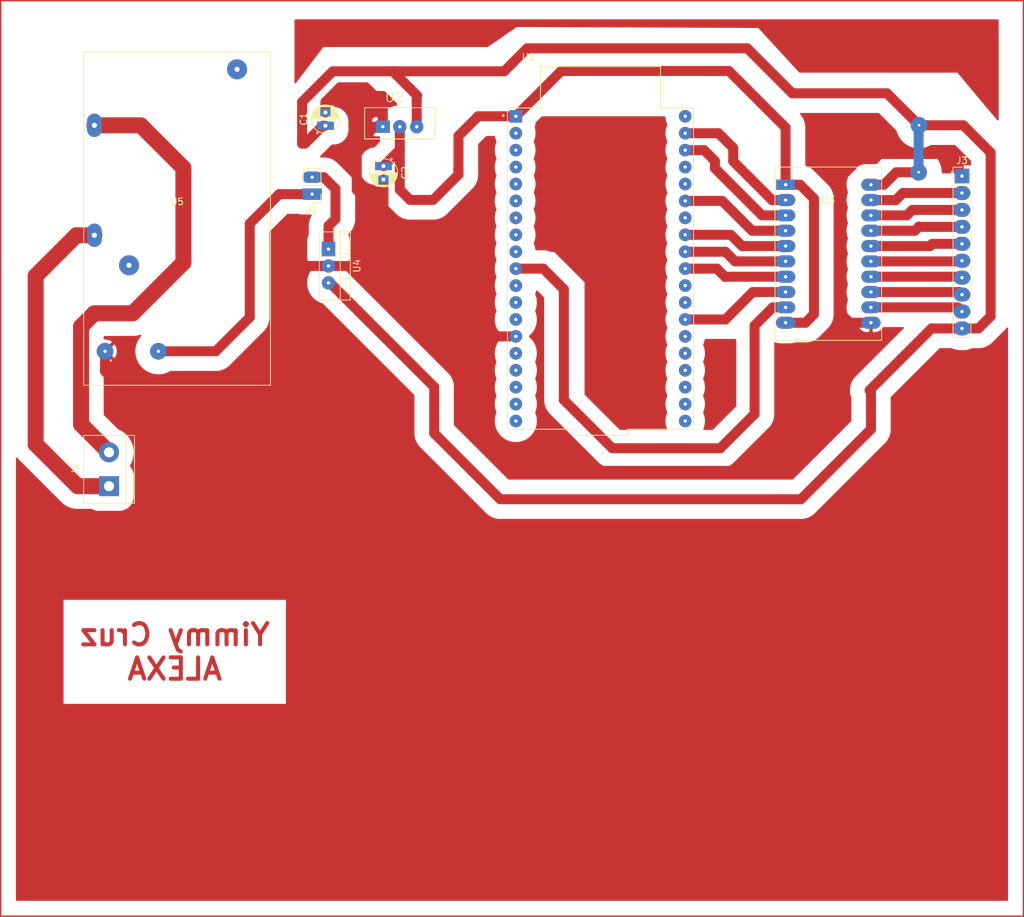
<source format=kicad_pcb>
(kicad_pcb (version 20211014) (generator pcbnew)
  (layers (0 "F.Cu" signal) (31 "B.Cu" signal) (34 "B.Paste" user) (35 "F.Paste" user) (36 "B.SilkS" user "B.Silkscreen") (37 "F.SilkS" user "F.Silkscreen") (38 "B.Mask" user) (39 "F.Mask" user) (44 "Edge.Cuts" user))
  (net 0 "")
  (net 1 "Net-(J1-Pad1)")
  (net 2 "GND")
  (net 3 "+3V3")
  (net 4 "+5V")
  (net 5 "Net-(J3-Pad2)")
  (net 6 "Net-(J3-Pad3)")
  (net 7 "Net-(J3-Pad4)")
  (net 8 "Net-(J3-Pad5)")
  (net 9 "Net-(J3-Pad6)")
  (net 10 "Net-(J3-Pad7)")
  (net 11 "Net-(J3-Pad8)")
  (net 12 "Net-(J3-Pad9)")
  (net 21 "Net-(U1-Pad10)")
  (net 36 "Net-(U1-Pad26)")
  (net 39 "Net-(U1-Pad29)")
  (net 40 "Net-(U1-Pad30)")
  (net 41 "Net-(U1-Pad31)")
  (net 43 "Net-(U1-Pad33)")
  (net 46 "Net-(U1-Pad36)")
  (net 47 "Net-(U1-Pad37)")
  (net 48 "Net-(J1-Pad2)")
  (net 49 "Net-(J2-Pad1)")
  (net 50 "Net-(J2-Pad2)")
  (footprint "ESP32-DEVKITC:MODULE_ESP32-DEVKITC" (layer "F.Cu") (at 109.795 54.745)
    (fp_text reference "U1" (at -10.795 -31.75) (layer "F.SilkS"))
    (fp_text value "ESP32-DEVKITC")
    (fp_line (start 4.06 24.1) (end 13.95 24.1) (layer "F.SilkS") (width 0.127))
    (fp_line (start -4.07 24.1) (end -4.07 25) (layer "F.SilkS") (width 0.127))
    (fp_line (start -13.95 -24.1) (end -13.95 24.1) (layer "F.SilkS") (width 0.127))
    (fp_line (start -9 -30.3) (end 9 -30.3) (layer "F.SilkS") (width 0.127))
    (fp_line (start -9 -24.1) (end -9 -30.3) (layer "F.SilkS") (width 0.127))
    (fp_line (start -13.95 24.1) (end -4.07 24.1) (layer "F.SilkS") (width 0.127))
    (fp_line (start 13.95 24.1) (end 13.95 -24.1) (layer "F.SilkS") (width 0.127))
    (fp_line (start -9 -24.1) (end -13.95 -24.1) (layer "F.SilkS") (width 0.127))
    (fp_line (start 4.06 25) (end 4.06 24.1) (layer "F.SilkS") (width 0.127))
    (fp_line (start 13.95 -24.1) (end 9 -24.1) (layer "F.SilkS") (width 0.127))
    (fp_line (start 9 -30.3) (end 9 -24.1) (layer "F.SilkS") (width 0.127))
    (fp_line (start -4.07 25) (end 4.06 25) (layer "F.SilkS") (width 0.127))
    (fp_circle (center -14.57 -22.97) (end -14.47 -22.97) (layer "F.SilkS") (width 0.2) (fill none))
    (pad "1" thru_hole rect locked (at -12.7 -22.85) (size 1.9 1.9) (drill 0.5) (layers *.Cu *.Mask) (net 3 "+3V3"))
    (pad "2" thru_hole circle locked (at -12.7 -20.31) (size 1.9 1.9) (drill 0.5) (layers *.Cu *.Mask))
    (pad "3" thru_hole circle locked (at -12.7 -17.77) (size 1.9 1.9) (drill 0.5) (layers *.Cu *.Mask))
    (pad "4" thru_hole circle locked (at -12.7 -15.23) (size 1.9 1.9) (drill 0.5) (layers *.Cu *.Mask))
    (pad "5" thru_hole circle locked (at -12.7 -12.69) (size 1.9 1.9) (drill 0.5) (layers *.Cu *.Mask))
    (pad "6" thru_hole circle locked (at -12.7 -10.15) (size 1.9 1.9) (drill 0.5) (layers *.Cu *.Mask))
    (pad "7" thru_hole circle locked (at -12.7 -7.61) (size 1.9 1.9) (drill 0.5) (layers *.Cu *.Mask))
    (pad "8" thru_hole circle locked (at -12.7 -5.07) (size 1.9 1.9) (drill 0.5) (layers *.Cu *.Mask))
    (pad "9" thru_hole circle locked (at -12.7 -2.53) (size 1.9 1.9) (drill 0.5) (layers *.Cu *.Mask))
    (pad "10" thru_hole circle locked (at -12.7 0.01) (size 1.9 1.9) (drill 0.5) (layers *.Cu *.Mask) (net 21 "Net-(U1-Pad10)"))
    (pad "11" thru_hole circle locked (at -12.7 2.55) (size 1.9 1.9) (drill 0.5) (layers *.Cu *.Mask))
    (pad "12" thru_hole circle locked (at -12.7 5.09) (size 1.9 1.9) (drill 0.5) (layers *.Cu *.Mask))
    (pad "13" thru_hole circle locked (at -12.7 7.63) (size 1.9 1.9) (drill 0.5) (layers *.Cu *.Mask))
    (pad "14" thru_hole circle locked (at -12.7 10.17) (size 1.9 1.9) (drill 0.5) (layers *.Cu *.Mask) (net 2 "GND"))
    (pad "15" thru_hole circle locked (at -12.7 12.71) (size 1.9 1.9) (drill 0.5) (layers *.Cu *.Mask))
    (pad "16" thru_hole circle locked (at -12.7 15.25) (size 1.9 1.9) (drill 0.5) (layers *.Cu *.Mask))
    (pad "17" thru_hole circle locked (at -12.7 17.79) (size 1.9 1.9) (drill 0.5) (layers *.Cu *.Mask))
    (pad "18" thru_hole circle locked (at -12.7 20.33) (size 1.9 1.9) (drill 0.5) (layers *.Cu *.Mask))
    (pad "19" thru_hole circle locked (at -12.7 22.87) (size 1.9 1.9) (drill 0.5) (layers *.Cu *.Mask))
    (pad "20" thru_hole circle locked (at 12.7 22.87) (size 1.9 1.9) (drill 0.5) (layers *.Cu *.Mask))
    (pad "21" thru_hole circle locked (at 12.7 20.33) (size 1.9 1.9) (drill 0.5) (layers *.Cu *.Mask))
    (pad "22" thru_hole circle locked (at 12.7 17.79) (size 1.9 1.9) (drill 0.5) (layers *.Cu *.Mask))
    (pad "23" thru_hole circle locked (at 12.7 15.25) (size 1.9 1.9) (drill 0.5) (layers *.Cu *.Mask))
    (pad "24" thru_hole circle locked (at 12.7 12.71) (size 1.9 1.9) (drill 0.5) (layers *.Cu *.Mask))
    (pad "25" thru_hole circle locked (at 12.7 10.17) (size 1.9 1.9) (drill 0.5) (layers *.Cu *.Mask))
    (pad "26" thru_hole circle locked (at 12.7 7.63) (size 1.9 1.9) (drill 0.5) (layers *.Cu *.Mask) (net 36 "Net-(U1-Pad26)"))
    (pad "27" thru_hole circle locked (at 12.7 5.09) (size 1.9 1.9) (drill 0.5) (layers *.Cu *.Mask))
    (pad "28" thru_hole circle locked (at 12.7 2.55) (size 1.9 1.9) (drill 0.5) (layers *.Cu *.Mask))
    (pad "29" thru_hole circle locked (at 12.7 0.01) (size 1.9 1.9) (drill 0.5) (layers *.Cu *.Mask) (net 39 "Net-(U1-Pad29)"))
    (pad "30" thru_hole circle locked (at 12.7 -2.53) (size 1.9 1.9) (drill 0.5) (layers *.Cu *.Mask) (net 40 "Net-(U1-Pad30)"))
    (pad "31" thru_hole circle locked (at 12.7 -5.07) (size 1.9 1.9) (drill 0.5) (layers *.Cu *.Mask) (net 41 "Net-(U1-Pad31)"))
    (pad "32" thru_hole circle locked (at 12.7 -7.61) (size 1.9 1.9) (drill 0.5) (layers *.Cu *.Mask))
    (pad "33" thru_hole circle locked (at 12.7 -10.15) (size 1.9 1.9) (drill 0.5) (layers *.Cu *.Mask) (net 43 "Net-(U1-Pad33)"))
    (pad "34" thru_hole circle locked (at 12.7 -12.69) (size 1.9 1.9) (drill 0.5) (layers *.Cu *.Mask))
    (pad "35" thru_hole circle locked (at 12.7 -15.23) (size 1.9 1.9) (drill 0.5) (layers *.Cu *.Mask))
    (pad "36" thru_hole circle locked (at 12.7 -17.77) (size 1.9 1.9) (drill 0.5) (layers *.Cu *.Mask) (net 46 "Net-(U1-Pad36)"))
    (pad "37" thru_hole circle locked (at 12.7 -20.31) (size 1.9 1.9) (drill 0.5) (layers *.Cu *.Mask) (net 47 "Net-(U1-Pad37)"))
    (pad "38" thru_hole circle locked (at 12.7 -22.85) (size 1.9 1.9) (drill 0.5) (layers *.Cu *.Mask))
  )
  (footprint "ESP32-DEVKITC:txs0108" (layer "F.Cu") (at 143.944801 52.515)
    (fp_text reference "U3" (at 0 -8.08 unlocked) (layer "F.SilkS"))
    (fp_text value "TXS0108EPW")
    (fp_rect (start -8 13) (end 8 -13) (layer "F.SilkS") (width 0.12) (fill none))
    (pad "1" thru_hole oval (at -6.4 -8.05) (size 2.9 1.8) (drill 0.5) (layers *.Cu *.Mask) (net 47 "Net-(U1-Pad37)"))
    (pad "2" thru_hole rect (at -6.4 -10.35) (size 2.8 1.524) (drill 0.5) (layers *.Cu *.Mask) (net 3 "+3V3"))
    (pad "3" thru_hole oval (at -6.4 -5.75) (size 2.9 1.8) (drill 0.5) (layers *.Cu *.Mask) (net 46 "Net-(U1-Pad36)"))
    (pad "4" thru_hole oval (at -6.4 -3.45) (size 2.9 1.8) (drill 0.5) (layers *.Cu *.Mask) (net 43 "Net-(U1-Pad33)"))
    (pad "5" thru_hole oval (at -6.4 -1.15) (size 2.9 1.8) (drill 0.5) (layers *.Cu *.Mask) (net 41 "Net-(U1-Pad31)"))
    (pad "6" thru_hole oval (at -6.4 1.15) (size 2.9 1.8) (drill 0.5) (layers *.Cu *.Mask) (net 40 "Net-(U1-Pad30)"))
    (pad "7" thru_hole oval (at -6.4 3.45) (size 2.9 1.8) (drill 0.5) (layers *.Cu *.Mask) (net 39 "Net-(U1-Pad29)"))
    (pad "8" thru_hole oval (at -6.4 5.75) (size 2.9 1.8) (drill 0.5) (layers *.Cu *.Mask) (net 36 "Net-(U1-Pad26)"))
    (pad "9" thru_hole oval (at -6.4 8.05) (size 2.9 1.8) (drill 0.5) (layers *.Cu *.Mask) (net 21 "Net-(U1-Pad10)"))
    (pad "10" thru_hole oval (at -6.4 10.35) (size 2.9 1.8) (drill 0.5) (layers *.Cu *.Mask) (net 3 "+3V3"))
    (pad "11" thru_hole oval (at 6.4 10.35) (size 2.9 1.8) (drill 0.5) (layers *.Cu *.Mask) (net 2 "GND"))
    (pad "12" thru_hole oval (at 6.4 8.05) (size 2.9 1.8) (drill 0.5) (layers *.Cu *.Mask) (net 12 "Net-(J3-Pad9)"))
    (pad "13" thru_hole oval (at 6.4 5.75) (size 2.9 1.8) (drill 0.5) (layers *.Cu *.Mask) (net 11 "Net-(J3-Pad8)"))
    (pad "14" thru_hole oval (at 6.4 3.45) (size 2.9 1.8) (drill 0.5) (layers *.Cu *.Mask) (net 10 "Net-(J3-Pad7)"))
    (pad "15" thru_hole oval (at 6.4 1.15) (size 2.9 1.8) (drill 0.5) (layers *.Cu *.Mask) (net 9 "Net-(J3-Pad6)"))
    (pad "16" thru_hole oval (at 6.4 -1.15) (size 2.9 1.8) (drill 0.5) (layers *.Cu *.Mask) (net 8 "Net-(J3-Pad5)"))
    (pad "17" thru_hole oval (at 6.4 -3.45) (size 2.9 1.8) (drill 0.5) (layers *.Cu *.Mask) (net 7 "Net-(J3-Pad4)"))
    (pad "18" thru_hole oval (at 6.4 -5.75) (size 2.9 1.8) (drill 0.5) (layers *.Cu *.Mask) (net 6 "Net-(J3-Pad3)"))
    (pad "19" thru_hole oval (at 6.4 -10.35) (size 2.9 1.8) (drill 0.5) (layers *.Cu *.Mask) (net 4 "+5V"))
    (pad "20" thru_hole oval (at 6.4 -8.05) (size 2.9 1.8) (drill 0.5) (layers *.Cu *.Mask) (net 5 "Net-(J3-Pad2)"))
  )
  (footprint "ESP32-DEVKITC:TRANSFORMADOR 5V" (layer "F.Cu") (at 46.3 47.25)
    (fp_text reference "U5" (at 0 -2.54 unlocked) (layer "F.SilkS"))
    (fp_text value "transformador_5v")
    (fp_rect (start -14 -25) (end 14 25) (layer "F.SilkS") (width 0.12) (fill none))
    (pad "1" thru_hole oval (at -12.4 -14) (size 2.2 3.5) (drill 0.762) (layers *.Cu *.Mask) (net 50 "Net-(J2-Pad2)"))
    (pad "2" thru_hole oval (at -12.4 2.5) (size 2.2 3.5) (drill 0.762) (layers *.Cu *.Mask) (net 49 "Net-(J2-Pad1)"))
    (pad "3" thru_hole circle (at -10.8 19.9) (size 2.5 2.5) (drill 0.5) (layers *.Cu *.Mask) (net 2 "GND"))
    (pad "4" thru_hole circle (at -2.8 19.9) (size 2.5 2.5) (drill 0.5) (layers *.Cu *.Mask) (net 1 "Net-(J1-Pad1)"))
    (pad "5" thru_hole circle (at -7.2 7) (size 3 3) (drill 0.762) (layers *.Cu *.Mask))
    (pad "6" thru_hole circle (at 9 -22.4) (size 3 3) (drill 0.762) (layers *.Cu *.Mask))
  )
  (footprint "Package_TO_SOT_THT:TO-220-3_Vertical" (layer "F.Cu") (at 69.005 51.81 -90)
    (fp_text reference "U4" (at 2.54 -4.27 90) (layer "F.SilkS"))
    (fp_text value "LM7805_TO220")
    (fp_line (start -2.58 -3.27) (end -2.58 1.371) (layer "F.SilkS") (width 0.12))
    (fp_line (start 0.69 -3.27) (end 0.69 -1.76) (layer "F.SilkS") (width 0.12))
    (fp_line (start 7.66 -3.27) (end 7.66 1.371) (layer "F.SilkS") (width 0.12))
    (fp_line (start -2.58 -1.76) (end 7.66 -1.76) (layer "F.SilkS") (width 0.12))
    (fp_line (start -2.58 -3.27) (end 7.66 -3.27) (layer "F.SilkS") (width 0.12))
    (fp_line (start -2.58 1.371) (end 7.66 1.371) (layer "F.SilkS") (width 0.12))
    (fp_line (start 4.391 -3.27) (end 4.391 -1.76) (layer "F.SilkS") (width 0.12))
    (pad "1" thru_hole rect (at 0 0 270) (size 2.2 2) (drill 0.5) (layers *.Cu *.Mask) (net 48 "Net-(J1-Pad2)"))
    (pad "2" thru_hole oval (at 2.54 0 270) (size 2 2) (drill 0.5) (layers *.Cu *.Mask) (net 2 "GND"))
    (pad "3" thru_hole oval (at 5.08 0 270) (size 2 2) (drill 0.5) (layers *.Cu *.Mask) (net 4 "+5V"))
  )
  (footprint "Capacitor_THT:CP_Radial_D4.0mm_P2.00mm" (layer "F.Cu") (at 77.245 39.372401 -90)
    (fp_text reference "C2" (at 1 -3.25 90) (layer "F.SilkS"))
    (fp_text value "C")
    (fp_line (start 1.68 -1.968) (end 1.68 -0.84) (layer "F.SilkS") (width 0.12))
    (fp_line (start 3.041 -0.537) (end 3.041 0.537) (layer "F.SilkS") (width 0.12))
    (fp_line (start 2.601 0.84) (end 2.601 1.351) (layer "F.SilkS") (width 0.12))
    (fp_line (start 2.841 -1.013) (end 2.841 1.013) (layer "F.SilkS") (width 0.12))
    (fp_line (start 1.721 -1.954) (end 1.721 -0.84) (layer "F.SilkS") (width 0.12))
    (fp_line (start 2.081 0.84) (end 2.081 1.785) (layer "F.SilkS") (width 0.12))
    (fp_line (start 1.28 0.84) (end 1.28 2.062) (layer "F.SilkS") (width 0.12))
    (fp_line (start 1.841 -1.907) (end 1.841 -0.84) (layer "F.SilkS") (width 0.12))
    (fp_line (start 2.721 -1.2) (end 2.721 -0.84) (layer "F.SilkS") (width 0.12))
    (fp_line (start -1.269801 -1.195) (end -0.869801 -1.195) (layer "F.SilkS") (width 0.12))
    (fp_line (start 3.001 -0.664) (end 3.001 0.664) (layer "F.SilkS") (width 0.12))
    (fp_line (start 1.44 -2.034) (end 1.44 -0.84) (layer "F.SilkS") (width 0.12))
    (fp_line (start 1.52 0.84) (end 1.52 2.016) (layer "F.SilkS") (width 0.12))
    (fp_line (start 2.121 0.84) (end 2.121 1.76) (layer "F.SilkS") (width 0.12))
    (fp_line (start 1.28 -2.062) (end 1.28 -0.84) (layer "F.SilkS") (width 0.12))
    (fp_line (start 1.64 0.84) (end 1.64 1.982) (layer "F.SilkS") (width 0.12))
    (fp_line (start 2.521 0.84) (end 2.521 1.438) (layer "F.SilkS") (width 0.12))
    (fp_line (start 1.12 -2.077) (end 1.12 2.077) (layer "F.SilkS") (width 0.12))
    (fp_line (start 2.201 0.84) (end 2.201 1.708) (layer "F.SilkS") (width 0.12))
    (fp_line (start 1.36 -2.05) (end 1.36 -0.84) (layer "F.SilkS") (width 0.12))
    (fp_line (start 2.401 0.84) (end 2.401 1.552) (layer "F.SilkS") (width 0.12))
    (fp_line (start 1.881 0.84) (end 1.881 1.889) (layer "F.SilkS") (width 0.12))
    (fp_line (start 1.881 -1.889) (end 1.881 -0.84) (layer "F.SilkS") (width 0.12))
    (fp_line (start 1.56 -2.005) (end 1.56 -0.84) (layer "F.SilkS") (width 0.12))
    (fp_line (start 2.961 -0.768) (end 2.961 0.768) (layer "F.SilkS") (width 0.12))
    (fp_line (start 2.721 0.84) (end 2.721 1.2) (layer "F.SilkS") (width 0.12))
    (fp_line (start 2.041 0.84) (end 2.041 1.808) (layer "F.SilkS") (width 0.12))
    (fp_line (start 2.121 -1.76) (end 2.121 -0.84) (layer "F.SilkS") (width 0.12))
    (fp_line (start 1.921 0.84) (end 1.921 1.87) (layer "F.SilkS") (width 0.12))
    (fp_line (start 2.561 -1.396) (end 2.561 -0.84) (layer "F.SilkS") (width 0.12))
    (fp_line (start 1.52 -2.016) (end 1.52 -0.84) (layer "F.SilkS") (width 0.12))
    (fp_line (start 2.441 0.84) (end 2.441 1.516) (layer "F.SilkS") (width 0.12))
    (fp_line (start 2.801 -1.08) (end 2.801 -0.84) (layer "F.SilkS") (width 0.12))
    (fp_line (start 1.32 0.84) (end 1.32 2.056) (layer "F.SilkS") (width 0.12))
    (fp_line (start 2.041 -1.808) (end 2.041 -0.84) (layer "F.SilkS") (width 0.12))
    (fp_line (start 2.241 -1.68) (end 2.241 -0.84) (layer "F.SilkS") (width 0.12))
    (fp_line (start 1.2 0.84) (end 1.2 2.071) (layer "F.SilkS") (width 0.12))
    (fp_line (start 1.16 -2.074) (end 1.16 2.074) (layer "F.SilkS") (width 0.12))
    (fp_line (start 2.681 0.84) (end 2.681 1.254) (layer "F.SilkS") (width 0.12))
    (fp_line (start 1.721 0.84) (end 1.721 1.954) (layer "F.SilkS") (width 0.12))
    (fp_line (start 2.361 0.84) (end 2.361 1.587) (layer "F.SilkS") (width 0.12))
    (fp_line (start 1.32 -2.056) (end 1.32 -0.84) (layer "F.SilkS") (width 0.12))
    (fp_line (start 2.361 -1.587) (end 2.361 -0.84) (layer "F.SilkS") (width 0.12))
    (fp_line (start 2.761 0.84) (end 2.761 1.142) (layer "F.SilkS") (width 0.12))
    (fp_line (start -1.069801 -1.395) (end -1.069801 -0.995) (layer "F.SilkS") (width 0.12))
    (fp_line (start 1.4 -2.042) (end 1.4 -0.84) (layer "F.SilkS") (width 0.12))
    (fp_line (start 1.961 0.84) (end 1.961 1.851) (layer "F.SilkS") (width 0.12))
    (fp_line (start 2.001 -1.83) (end 2.001 -0.84) (layer "F.SilkS") (width 0.12))
    (fp_line (start 2.321 0.84) (end 2.321 1.619) (layer "F.SilkS") (width 0.12))
    (fp_line (start 1.48 0.84) (end 1.48 2.025) (layer "F.SilkS") (width 0.12))
    (fp_line (start 1.68 0.84) (end 1.68 1.968) (layer "F.SilkS") (width 0.12))
    (fp_line (start 2.161 0.84) (end 2.161 1.735) (layer "F.SilkS") (width 0.12))
    (fp_line (start 2.641 -1.304) (end 2.641 -0.84) (layer "F.SilkS") (width 0.12))
    (fp_line (start 1.24 -2.067) (end 1.24 -0.84) (layer "F.SilkS") (width 0.12))
    (fp_line (start 2.681 -1.254) (end 2.681 -0.84) (layer "F.SilkS") (width 0.12))
    (fp_line (start 1.761 -1.94) (end 1.761 -0.84) (layer "F.SilkS") (width 0.12))
    (fp_line (start 2.241 0.84) (end 2.241 1.68) (layer "F.SilkS") (width 0.12))
    (fp_line (start 2.521 -1.438) (end 2.521 -0.84) (layer "F.SilkS") (width 0.12))
    (fp_line (start 1.08 -2.079) (end 1.08 2.079) (layer "F.SilkS") (width 0.12))
    (fp_line (start 1.921 -1.87) (end 1.921 -0.84) (layer "F.SilkS") (width 0.12))
    (fp_line (start 1.48 -2.025) (end 1.48 -0.84) (layer "F.SilkS") (width 0.12))
    (fp_line (start 2.761 -1.142) (end 2.761 -0.84) (layer "F.SilkS") (width 0.12))
    (fp_line (start 1.6 0.84) (end 1.6 1.994) (layer "F.SilkS") (width 0.12))
    (fp_line (start 2.481 0.84) (end 2.481 1.478) (layer "F.SilkS") (width 0.12))
    (fp_line (start 2.481 -1.478) (end 2.481 -0.84) (layer "F.SilkS") (width 0.12))
    (fp_line (start 1.2 -2.071) (end 1.2 -0.84) (layer "F.SilkS") (width 0.12))
    (fp_line (start 1.841 0.84) (end 1.841 1.907) (layer "F.SilkS") (width 0.12))
    (fp_line (start 2.201 -1.708) (end 2.201 -0.84) (layer "F.SilkS") (width 0.12))
    (fp_line (start 2.801 0.84) (end 2.801 1.08) (layer "F.SilkS") (width 0.12))
    (fp_line (start 1 -2.08) (end 1 2.08) (layer "F.SilkS") (width 0.12))
    (fp_line (start 2.281 -1.65) (end 2.281 -0.84) (layer "F.SilkS") (width 0.12))
    (fp_line (start 2.921 -0.859) (end 2.921 0.859) (layer "F.SilkS") (width 0.12))
    (fp_line (start 2.881 -0.94) (end 2.881 0.94) (layer "F.SilkS") (width 0.12))
    (fp_line (start 2.281 0.84) (end 2.281 1.65) (layer "F.SilkS") (width 0.12))
    (fp_line (start 2.561 0.84) (end 2.561 1.396) (layer "F.SilkS") (width 0.12))
    (fp_line (start 1.36 0.84) (end 1.36 2.05) (layer "F.SilkS") (width 0.12))
    (fp_line (start 1.44 0.84) (end 1.44 2.034) (layer "F.SilkS") (width 0.12))
    (fp_line (start 3.081 -0.37) (end 3.081 0.37) (layer "F.SilkS") (width 0.12))
    (fp_line (start 1.64 -1.982) (end 1.64 -0.84) (layer "F.SilkS") (width 0.12))
    (fp_line (start 1.961 -1.851) (end 1.961 -0.84) (layer "F.SilkS") (width 0.12))
    (fp_line (start 1.56 0.84) (end 1.56 2.005) (layer "F.SilkS") (width 0.12))
    (fp_line (start 1.04 -2.08) (end 1.04 2.08) (layer "F.SilkS") (width 0.12))
    (fp_line (start 1.24 0.84) (end 1.24 2.067) (layer "F.SilkS") (width 0.12))
    (fp_line (start 1.801 -1.924) (end 1.801 -0.84) (layer "F.SilkS") (width 0.12))
    (fp_line (start 2.081 -1.785) (end 2.081 -0.84) (layer "F.SilkS") (width 0.12))
    (fp_line (start 2.441 -1.516) (end 2.441 -0.84) (layer "F.SilkS") (width 0.12))
    (fp_line (start 1.801 0.84) (end 1.801 1.924) (layer "F.SilkS") (width 0.12))
    (fp_line (start 2.161 -1.735) (end 2.161 -0.84) (layer "F.SilkS") (width 0.12))
    (fp_line (start 2.001 0.84) (end 2.001 1.83) (layer "F.SilkS") (width 0.12))
    (fp_line (start 1.761 0.84) (end 1.761 1.94) (layer "F.SilkS") (width 0.12))
    (fp_line (start 2.321 -1.619) (end 2.321 -0.84) (layer "F.SilkS") (width 0.12))
    (fp_line (start 1.6 -1.994) (end 1.6 -0.84) (layer "F.SilkS") (width 0.12))
    (fp_line (start 1.4 0.84) (end 1.4 2.042) (layer "F.SilkS") (width 0.12))
    (fp_line (start 2.401 -1.552) (end 2.401 -0.84) (layer "F.SilkS") (width 0.12))
    (fp_line (start 2.601 -1.351) (end 2.601 -0.84) (layer "F.SilkS") (width 0.12))
    (fp_line (start 2.641 0.84) (end 2.641 1.304) (layer "F.SilkS") (width 0.12))
    (fp_circle (center 1 0) (end 3.12 0) (layer "F.SilkS") (width 0.12) (fill none))
    (pad "1" thru_hole rect (at 0 0 270) (size 1.2 2.5) (drill 0.6) (layers *.Cu *.Mask) (net 3 "+3V3"))
    (pad "2" thru_hole oval (at 2 0 270) (size 1.2 2.5) (drill 0.6) (layers *.Cu *.Mask) (net 2 "GND"))
  )
  (footprint "Connector_PinHeader_2.54mm:PinHeader_1x02_P2.54mm_Vertical" (layer "F.Cu") (at 66.55 43.575 180)
    (fp_text reference "J1" (at 0 -2.33) (layer "F.SilkS"))
    (fp_text value "Conn_01x02")
    (fp_line (start -1.33 -1.33) (end 0 -1.33) (layer "F.SilkS") (width 0.12))
    (fp_line (start 1.33 1.27) (end 1.33 3.87) (layer "F.SilkS") (width 0.12))
    (fp_line (start -1.33 1.27) (end -1.33 3.87) (layer "F.SilkS") (width 0.12))
    (fp_line (start -1.33 0) (end -1.33 -1.33) (layer "F.SilkS") (width 0.12))
    (fp_line (start -1.33 3.87) (end 1.33 3.87) (layer "F.SilkS") (width 0.12))
    (fp_line (start -1.33 1.27) (end 1.33 1.27) (layer "F.SilkS") (width 0.12))
    (pad "1" thru_hole rect (at 0 0 180) (size 2.9 1.7) (drill 0.5) (layers *.Cu *.Mask) (net 1 "Net-(J1-Pad1)"))
    (pad "2" thru_hole oval (at 0 2.54 180) (size 2.9 1.7) (drill 0.5) (layers *.Cu *.Mask) (net 48 "Net-(J1-Pad2)"))
  )
  (footprint "Connector_PinHeader_2.54mm:PinHeader_1x10_P2.54mm_Vertical" (layer "F.Cu") (at 163.994801 40.865)
    (fp_text reference "J3" (at 0 -2.33) (layer "F.SilkS"))
    (fp_text value "Conn_01x10")
    (fp_line (start -1.33 0) (end -1.33 -1.33) (layer "F.SilkS") (width 0.12))
    (fp_line (start 1.33 1.27) (end 1.33 24.19) (layer "F.SilkS") (width 0.12))
    (fp_line (start -1.33 1.27) (end -1.33 24.19) (layer "F.SilkS") (width 0.12))
    (fp_line (start -1.33 1.27) (end 1.33 1.27) (layer "F.SilkS") (width 0.12))
    (fp_line (start -1.33 24.19) (end 1.33 24.19) (layer "F.SilkS") (width 0.12))
    (fp_line (start -1.33 -1.33) (end 0 -1.33) (layer "F.SilkS") (width 0.12))
    (pad "1" thru_hole rect (at 0 0) (size 2.2 2.2) (drill 0.5) (layers *.Cu *.Mask) (net 2 "GND"))
    (pad "2" thru_hole oval (at 0 2.54) (size 2.5 2.1) (drill 0.5) (layers *.Cu *.Mask) (net 5 "Net-(J3-Pad2)"))
    (pad "3" thru_hole oval (at 0 5.08) (size 2.5 2.1) (drill 0.5) (layers *.Cu *.Mask) (net 6 "Net-(J3-Pad3)"))
    (pad "4" thru_hole oval (at 0 7.62) (size 2.5 2.1) (drill 0.5) (layers *.Cu *.Mask) (net 7 "Net-(J3-Pad4)"))
    (pad "5" thru_hole oval (at 0 10.16) (size 2.5 2.1) (drill 0.5) (layers *.Cu *.Mask) (net 8 "Net-(J3-Pad5)"))
    (pad "6" thru_hole oval (at 0 12.7) (size 2.5 2.1) (drill 0.5) (layers *.Cu *.Mask) (net 9 "Net-(J3-Pad6)"))
    (pad "7" thru_hole oval (at 0 15.24) (size 2.5 2.1) (drill 0.5) (layers *.Cu *.Mask) (net 10 "Net-(J3-Pad7)"))
    (pad "8" thru_hole oval (at 0 17.78) (size 2.5 2.1) (drill 0.5) (layers *.Cu *.Mask) (net 11 "Net-(J3-Pad8)"))
    (pad "9" thru_hole oval (at 0 20.32) (size 2.5 2.1) (drill 0.5) (layers *.Cu *.Mask) (net 12 "Net-(J3-Pad9)"))
    (pad "10" thru_hole oval (at 0 22.86) (size 2.5 2.1) (drill 0.5) (layers *.Cu *.Mask) (net 4 "+5V"))
  )
  (footprint "TerminalBlock:TerminalBlock_bornier-2_P5.08mm" (layer "F.Cu") (at 36.1 87.39 90)
    (fp_text reference "J2" (at 2.54 -5.08 90) (layer "F.SilkS"))
    (fp_text value "Screw_Terminal_01x02")
    (fp_line (start 7.62 3.81) (end 7.62 -3.81) (layer "F.SilkS") (width 0.12))
    (fp_line (start -2.54 3.81) (end 7.62 3.81) (layer "F.SilkS") (width 0.12))
    (fp_line (start 7.62 2.54) (end -2.54 2.54) (layer "F.SilkS") (width 0.12))
    (fp_line (start -2.54 -3.81) (end -2.54 3.81) (layer "F.SilkS") (width 0.12))
    (fp_line (start 7.62 -3.81) (end -2.54 -3.81) (layer "F.SilkS") (width 0.12))
    (pad "1" thru_hole rect (at 0 0 90) (size 3 3) (drill 1.52) (layers *.Cu *.Mask) (net 49 "Net-(J2-Pad1)"))
    (pad "2" thru_hole circle (at 5.08 0 90) (size 3 3) (drill 1.52) (layers *.Cu *.Mask) (net 50 "Net-(J2-Pad2)"))
  )
  (footprint "lm1117:TO254P1054X470X1955-3" (layer "F.Cu") (at 79.694801 33.4625)
    (fp_text reference "U2" (at -0.835 -4.399) (layer "F.SilkS") (effects (font (size 1.4 1.4))))
    (fp_text value "LM1117-3.3")
    (fp_line (start 5.27 1.84) (end 5.27 -2.86) (layer "F.SilkS") (width 0.127))
    (fp_line (start 5.27 -2.86) (end -5.27 -2.86) (layer "F.SilkS") (width 0.127))
    (fp_line (start -5.27 -2.86) (end -5.27 1.84) (layer "F.SilkS") (width 0.127))
    (fp_line (start -5.27 1.84) (end 5.27 1.84) (layer "F.SilkS") (width 0.127))
    (fp_circle (center -2.54 2.54) (end -2.44 2.54) (layer "F.SilkS") (width 0.2) (fill none))
    (pad "1" thru_hole rect locked (at -2.54 0) (size 2.1 1.86) (drill 0.5) (layers *.Cu *.Mask) (net 2 "GND"))
    (pad "2" thru_hole circle locked (at 0 0) (size 2 2) (drill 0.5) (layers *.Cu *.Mask) (net 3 "+3V3"))
    (pad "3" thru_hole circle locked (at 2.54 0) (size 2 2) (drill 0.5) (layers *.Cu *.Mask) (net 4 "+5V"))
  )
  (footprint "Capacitor_THT:CP_Radial_D4.0mm_P2.00mm" (layer "F.Cu") (at 68.545 33.3176 90)
    (fp_text reference "C1" (at 1 -3.25 90) (layer "F.SilkS"))
    (fp_text value "C")
    (fp_line (start 1.4 0.84) (end 1.4 2.042) (layer "F.SilkS") (width 0.12))
    (fp_line (start 1.16 -2.074) (end 1.16 2.074) (layer "F.SilkS") (width 0.12))
    (fp_line (start 2.441 -1.516) (end 2.441 -0.84) (layer "F.SilkS") (width 0.12))
    (fp_line (start 3.041 -0.537) (end 3.041 0.537) (layer "F.SilkS") (width 0.12))
    (fp_line (start 3.001 -0.664) (end 3.001 0.664) (layer "F.SilkS") (width 0.12))
    (fp_line (start 2.521 0.84) (end 2.521 1.438) (layer "F.SilkS") (width 0.12))
    (fp_line (start 1.68 -1.968) (end 1.68 -0.84) (layer "F.SilkS") (width 0.12))
    (fp_line (start 2.401 -1.552) (end 2.401 -0.84) (layer "F.SilkS") (width 0.12))
    (fp_line (start 2.361 -1.587) (end 2.361 -0.84) (layer "F.SilkS") (width 0.12))
    (fp_line (start 2.161 -1.735) (end 2.161 -0.84) (layer "F.SilkS") (width 0.12))
    (fp_line (start 2.081 -1.785) (end 2.081 -0.84) (layer "F.SilkS") (width 0.12))
    (fp_line (start 1.08 -2.079) (end 1.08 2.079) (layer "F.SilkS") (width 0.12))
    (fp_line (start 1 -2.08) (end 1 2.08) (layer "F.SilkS") (width 0.12))
    (fp_line (start 1.24 0.84) (end 1.24 2.067) (layer "F.SilkS") (width 0.12))
    (fp_line (start 2.281 0.84) (end 2.281 1.65) (layer "F.SilkS") (width 0.12))
    (fp_line (start 2.561 0.84) (end 2.561 1.396) (layer "F.SilkS") (width 0.12))
    (fp_line (start 1.841 -1.907) (end 1.841 -0.84) (layer "F.SilkS") (width 0.12))
    (fp_line (start 1.24 -2.067) (end 1.24 -0.84) (layer "F.SilkS") (width 0.12))
    (fp_line (start 2.481 0.84) (end 2.481 1.478) (layer "F.SilkS") (width 0.12))
    (fp_line (start 2.881 -0.94) (end 2.881 0.94) (layer "F.SilkS") (width 0.12))
    (fp_line (start 2.201 -1.708) (end 2.201 -0.84) (layer "F.SilkS") (width 0.12))
    (fp_line (start 2.801 -1.08) (end 2.801 -0.84) (layer "F.SilkS") (width 0.12))
    (fp_line (start 1.36 -2.05) (end 1.36 -0.84) (layer "F.SilkS") (width 0.12))
    (fp_line (start 1.961 0.84) (end 1.961 1.851) (layer "F.SilkS") (width 0.12))
    (fp_line (start 2.961 -0.768) (end 2.961 0.768) (layer "F.SilkS") (width 0.12))
    (fp_line (start 1.841 0.84) (end 1.841 1.907) (layer "F.SilkS") (width 0.12))
    (fp_line (start 1.52 -2.016) (end 1.52 -0.84) (layer "F.SilkS") (width 0.12))
    (fp_line (start 2.281 -1.65) (end 2.281 -0.84) (layer "F.SilkS") (width 0.12))
    (fp_line (start 1.961 -1.851) (end 1.961 -0.84) (layer "F.SilkS") (width 0.12))
    (fp_line (start 1.12 -2.077) (end 1.12 2.077) (layer "F.SilkS") (width 0.12))
    (fp_line (start 1.64 -1.982) (end 1.64 -0.84) (layer "F.SilkS") (width 0.12))
    (fp_line (start 2.241 0.84) (end 2.241 1.68) (layer "F.SilkS") (width 0.12))
    (fp_line (start 1.68 0.84) (end 1.68 1.968) (layer "F.SilkS") (width 0.12))
    (fp_line (start 2.241 -1.68) (end 2.241 -0.84) (layer "F.SilkS") (width 0.12))
    (fp_line (start 2.401 0.84) (end 2.401 1.552) (layer "F.SilkS") (width 0.12))
    (fp_line (start 2.561 -1.396) (end 2.561 -0.84) (layer "F.SilkS") (width 0.12))
    (fp_line (start 3.081 -0.37) (end 3.081 0.37) (layer "F.SilkS") (width 0.12))
    (fp_line (start 2.841 -1.013) (end 2.841 1.013) (layer "F.SilkS") (width 0.12))
    (fp_line (start 2.321 0.84) (end 2.321 1.619) (layer "F.SilkS") (width 0.12))
    (fp_line (start 2.721 0.84) (end 2.721 1.2) (layer "F.SilkS") (width 0.12))
    (fp_line (start 1.761 -1.94) (end 1.761 -0.84) (layer "F.SilkS") (width 0.12))
    (fp_line (start -1.269801 -1.195) (end -0.869801 -1.195) (layer "F.SilkS") (width 0.12))
    (fp_line (start 1.801 -1.924) (end 1.801 -0.84) (layer "F.SilkS") (width 0.12))
    (fp_line (start 2.601 -1.351) (end 2.601 -0.84) (layer "F.SilkS") (width 0.12))
    (fp_line (start 2.721 -1.2) (end 2.721 -0.84) (layer "F.SilkS") (width 0.12))
    (fp_line (start 2.761 0.84) (end 2.761 1.142) (layer "F.SilkS") (width 0.12))
    (fp_line (start 2.481 -1.478) (end 2.481 -0.84) (layer "F.SilkS") (width 0.12))
    (fp_line (start 1.32 -2.056) (end 1.32 -0.84) (layer "F.SilkS") (width 0.12))
    (fp_line (start 1.04 -2.08) (end 1.04 2.08) (layer "F.SilkS") (width 0.12))
    (fp_line (start 1.801 0.84) (end 1.801 1.924) (layer "F.SilkS") (width 0.12))
    (fp_line (start 1.44 0.84) (end 1.44 2.034) (layer "F.SilkS") (width 0.12))
    (fp_line (start 1.721 0.84) (end 1.721 1.954) (layer "F.SilkS") (width 0.12))
    (fp_line (start 1.921 0.84) (end 1.921 1.87) (layer "F.SilkS") (width 0.12))
    (fp_line (start 2.001 -1.83) (end 2.001 -0.84) (layer "F.SilkS") (width 0.12))
    (fp_line (start 1.2 0.84) (end 1.2 2.071) (layer "F.SilkS") (width 0.12))
    (fp_line (start 1.56 0.84) (end 1.56 2.005) (layer "F.SilkS") (width 0.12))
    (fp_line (start 2.761 -1.142) (end 2.761 -0.84) (layer "F.SilkS") (width 0.12))
    (fp_line (start 2.361 0.84) (end 2.361 1.587) (layer "F.SilkS") (width 0.12))
    (fp_line (start 2.321 -1.619) (end 2.321 -0.84) (layer "F.SilkS") (width 0.12))
    (fp_line (start 2.001 0.84) (end 2.001 1.83) (layer "F.SilkS") (width 0.12))
    (fp_line (start 1.921 -1.87) (end 1.921 -0.84) (layer "F.SilkS") (width 0.12))
    (fp_line (start 1.881 -1.889) (end 1.881 -0.84) (layer "F.SilkS") (width 0.12))
    (fp_line (start 2.681 0.84) (end 2.681 1.254) (layer "F.SilkS") (width 0.12))
    (fp_line (start 2.601 0.84) (end 2.601 1.351) (layer "F.SilkS") (width 0.12))
    (fp_line (start 2.121 -1.76) (end 2.121 -0.84) (layer "F.SilkS") (width 0.12))
    (fp_line (start 2.641 -1.304) (end 2.641 -0.84) (layer "F.SilkS") (width 0.12))
    (fp_line (start 1.4 -2.042) (end 1.4 -0.84) (layer "F.SilkS") (width 0.12))
    (fp_line (start 2.521 -1.438) (end 2.521 -0.84) (layer "F.SilkS") (width 0.12))
    (fp_line (start 1.36 0.84) (end 1.36 2.05) (layer "F.SilkS") (width 0.12))
    (fp_line (start 1.44 -2.034) (end 1.44 -0.84) (layer "F.SilkS") (width 0.12))
    (fp_line (start 2.041 -1.808) (end 2.041 -0.84) (layer "F.SilkS") (width 0.12))
    (fp_line (start 1.721 -1.954) (end 1.721 -0.84) (layer "F.SilkS") (width 0.12))
    (fp_line (start 2.041 0.84) (end 2.041 1.808) (layer "F.SilkS") (width 0.12))
    (fp_line (start 1.56 -2.005) (end 1.56 -0.84) (layer "F.SilkS") (width 0.12))
    (fp_line (start 1.6 -1.994) (end 1.6 -0.84) (layer "F.SilkS") (width 0.12))
    (fp_line (start 1.2 -2.071) (end 1.2 -0.84) (layer "F.SilkS") (width 0.12))
    (fp_line (start 1.52 0.84) (end 1.52 2.016) (layer "F.SilkS") (width 0.12))
    (fp_line (start 1.32 0.84) (end 1.32 2.056) (layer "F.SilkS") (width 0.12))
    (fp_line (start 2.641 0.84) (end 2.641 1.304) (layer "F.SilkS") (width 0.12))
    (fp_line (start 1.761 0.84) (end 1.761 1.94) (layer "F.SilkS") (width 0.12))
    (fp_line (start 2.801 0.84) (end 2.801 1.08) (layer "F.SilkS") (width 0.12))
    (fp_line (start 1.28 0.84) (end 1.28 2.062) (layer "F.SilkS") (width 0.12))
    (fp_line (start 2.681 -1.254) (end 2.681 -0.84) (layer "F.SilkS") (width 0.12))
    (fp_line (start 1.64 0.84) (end 1.64 1.982) (layer "F.SilkS") (width 0.12))
    (fp_line (start 2.161 0.84) (end 2.161 1.735) (layer "F.SilkS") (width 0.12))
    (fp_line (start 1.48 -2.025) (end 1.48 -0.84) (layer "F.SilkS") (width 0.12))
    (fp_line (start 1.28 -2.062) (end 1.28 -0.84) (layer "F.SilkS") (width 0.12))
    (fp_line (start 2.441 0.84) (end 2.441 1.516) (layer "F.SilkS") (width 0.12))
    (fp_line (start -1.069801 -1.395) (end -1.069801 -0.995) (layer "F.SilkS") (width 0.12))
    (fp_line (start 2.081 0.84) (end 2.081 1.785) (layer "F.SilkS") (width 0.12))
    (fp_line (start 1.48 0.84) (end 1.48 2.025) (layer "F.SilkS") (width 0.12))
    (fp_line (start 2.921 -0.859) (end 2.921 0.859) (layer "F.SilkS") (width 0.12))
    (fp_line (start 1.881 0.84) (end 1.881 1.889) (layer "F.SilkS") (width 0.12))
    (fp_line (start 2.121 0.84) (end 2.121 1.76) (layer "F.SilkS") (width 0.12))
    (fp_line (start 2.201 0.84) (end 2.201 1.708) (layer "F.SilkS") (width 0.12))
    (fp_line (start 1.6 0.84) (end 1.6 1.994) (layer "F.SilkS") (width 0.12))
    (fp_circle (center 1 0) (end 3.12 0) (layer "F.SilkS") (width 0.12) (fill none))
    (pad "1" thru_hole rect (at 0 0 90) (size 1.2 2.5) (drill 0.6) (layers *.Cu *.Mask) (net 4 "+5V"))
    (pad "2" thru_hole oval (at 2 0 90) (size 1.2 2.5) (drill 0.6) (layers *.Cu *.Mask) (net 2 "GND"))
  )
  (gr_rect (start 19.85 14.55) (end 173.2 151.9) (layer "F.Cu") (width 0.2) (fill none))
  (gr_text "Yimmy Cruz\nALEXA" (at 45.95 112.25) (layer "F.Cu") (effects (font (size 3.2 3.2) (thickness 0.6)) (justify mirror)))
  (segment (start 66.55 43.575) (end 61.625 43.575) (width 1.5) (layer "F.Cu") (net 1))
  (segment (start 57.2 62.05) (end 52.1 67.15) (width 1.5) (layer "F.Cu") (net 1))
  (segment (start 57.2 48) (end 57.2 62.05) (width 1.5) (layer "F.Cu") (net 1))
  (segment (start 61.625 43.575) (end 57.2 48) (width 1.5) (layer "F.Cu") (net 1))
  (segment (start 52.1 67.15) (end 43.5 67.15) (width 1.5) (layer "F.Cu") (net 1))
  (segment (start 70.745 27.545) (end 74.595 27.545) (width 1.5) (layer "F.Cu") (net 2))
  (segment (start 89.445 60.095) (end 94.265 64.915) (width 1.5) (layer "F.Cu") (net 2))
  (segment (start 69.005 54.35) (end 76.05 54.35) (width 1.5) (layer "F.Cu") (net 2))
  (segment (start 68.545 29.745) (end 70.745 27.545) (width 1.5) (layer "F.Cu") (net 2))
  (segment (start 89.445 54.845) (end 83.47 48.87) (width 1.5) (layer "F.Cu") (net 2))
  (segment (start 89.445 57.005) (end 89.445 54.845) (width 1.5) (layer "F.Cu") (net 2))
  (segment (start 77.42 47.12) (end 78.92 48.62) (width 1.5) (layer "F.Cu") (net 2))
  (segment (start 96.95 85.1) (end 89.445 77.595) (width 1.5) (layer "F.Cu") (net 2))
  (segment (start 145.695 77.355) (end 137.95 85.1) (width 1.5) (layer "F.Cu") (net 2))
  (segment (start 145.695 61.395) (end 145.695 77.355) (width 1.5) (layer "F.Cu") (net 2))
  (segment (start 74.595 27.545) (end 77.154801 30.104801) (width 1.5) (layer "F.Cu") (net 2))
  (segment (start 61.75 57.75) (end 65.15 54.35) (width 1.5) (layer "F.Cu") (net 2))
  (segment (start 35.5 67.15) (end 35.5 70.15) (width 1.5) (layer "F.Cu") (net 2))
  (segment (start 68.545 31.3176) (end 68.545 29.745) (width 1.5) (layer "F.Cu") (net 2))
  (segment (start 83.47 48.87) (end 81.53 48.87) (width 1.5) (layer "F.Cu") (net 2))
  (segment (start 75.995 45.695) (end 77.42 47.12) (width 1.5) (layer "F.Cu") (net 2))
  (segment (start 147.165 62.865) (end 145.695 61.395) (width 1.5) (layer "F.Cu") (net 2))
  (segment (start 81.53 48.87) (end 78.92 48.87) (width 1.5) (layer "F.Cu") (net 2))
  (segment (start 78.92 48.62) (end 78.92 48.87) (width 1.5) (layer "F.Cu") (net 2))
  (segment (start 94.265 64.915) (end 97.095 64.915) (width 1.5) (layer "F.Cu") (net 2))
  (segment (start 160.945 37.545) (end 163.994801 40.594801) (width 1.5) (layer "F.Cu") (net 2))
  (segment (start 65.15 54.35) (end 69.005 54.35) (width 1.5) (layer "F.Cu") (net 2))
  (segment (start 75.9275 33.4625) (end 73.245 36.145) (width 1.5) (layer "F.Cu") (net 2))
  (segment (start 76.05 54.35) (end 81.53 48.87) (width 1.5) (layer "F.Cu") (net 2))
  (segment (start 89.445 77.595) (end 89.445 57.005) (width 1.5) (layer "F.Cu") (net 2))
  (segment (start 145.695 41.145) (end 149.295 37.545) (width 1.5) (layer "F.Cu") (net 2))
  (segment (start 39.1 73.75) (end 57.15 73.75) (width 1.5) (layer "F.Cu") (net 2))
  (segment (start 35.5 70.15) (end 39.1 73.75) (width 1.5) (layer "F.Cu") (net 2))
  (segment (start 137.95 85.1) (end 96.95 85.1) (width 1.5) (layer "F.Cu") (net 2))
  (segment (start 150.344801 62.865) (end 147.165 62.865) (width 1.5) (layer "F.Cu") (net 2))
  (segment (start 73.245 36.145) (end 73.245 42.945) (width 1.5) (layer "F.Cu") (net 2))
  (segment (start 77.245 46.945) (end 77.42 47.12) (width 1.5) (layer "F.Cu") (net 2))
  (segment (start 145.695 61.395) (end 145.695 41.145) (width 1.5) (layer "F.Cu") (net 2))
  (segment (start 163.994801 40.594801) (end 163.994801 40.865) (width 1.5) (layer "F.Cu") (net 2))
  (segment (start 89.445 57.005) (end 89.445 60.095) (width 1.5) (layer "F.Cu") (net 2))
  (segment (start 61.75 69.15) (end 61.75 57.75) (width 1.5) (layer "F.Cu") (net 2))
  (segment (start 77.245 41.372401) (end 77.245 46.945) (width 1.5) (layer "F.Cu") (net 2))
  (segment (start 73.245 42.945) (end 75.995 45.695) (width 1.5) (layer "F.Cu") (net 2))
  (segment (start 149.295 37.545) (end 160.945 37.545) (width 1.5) (layer "F.Cu") (net 2))
  (segment (start 57.15 73.75) (end 61.75 69.15) (width 1.5) (layer "F.Cu") (net 2))
  (segment (start 77.154801 30.104801) (end 77.154801 33.4625) (width 1.5) (layer "F.Cu") (net 2))
  (segment (start 77.154801 33.4625) (end 75.9275 33.4625) (width 1.5) (layer "F.Cu") (net 2))
  (segment (start 79.694801 42.894801) (end 81.245 44.445) (width 1.5) (layer "F.Cu") (net 3))
  (segment (start 141.795 61.595) (end 141.795 44.245) (width 1.5) (layer "F.Cu") (net 3))
  (segment (start 97.105 31.895) (end 103.9 25.1) (width 1.5) (layer "F.Cu") (net 3))
  (segment (start 79.694801 36.9226) (end 77.245 39.372401) (width 1.5) (layer "F.Cu") (net 3))
  (segment (start 141.795 44.245) (end 139.715 42.165) (width 1.5) (layer "F.Cu") (net 3))
  (segment (start 88.445 39.895) (end 88.495 39.845) (width 1.5) (layer "F.Cu") (net 3))
  (segment (start 97.095 31.895) (end 97.105 31.895) (width 1.5) (layer "F.Cu") (net 3))
  (segment (start 79.694801 36.9226) (end 79.694801 42.894801) (width 1.5) (layer "F.Cu") (net 3))
  (segment (start 137.544801 33.594801) (end 137.544801 42.165) (width 1.5) (layer "F.Cu") (net 3))
  (segment (start 103.9 25.1) (end 129.05 25.1) (width 1.5) (layer "F.Cu") (net 3))
  (segment (start 88.495 34.845) (end 91.445 31.895) (width 1.5) (layer "F.Cu") (net 3))
  (segment (start 88.495 40.645) (end 88.495 39.845) (width 1.5) (layer "F.Cu") (net 3))
  (segment (start 91.445 31.895) (end 97.095 31.895) (width 1.5) (layer "F.Cu") (net 3))
  (segment (start 139.715 42.165) (end 137.544801 42.165) (width 1.5) (layer "F.Cu") (net 3))
  (segment (start 81.245 44.445) (end 84.695 44.445) (width 1.5) (layer "F.Cu") (net 3))
  (segment (start 137.544801 62.865) (end 140.525 62.865) (width 1.5) (layer "F.Cu") (net 3))
  (segment (start 84.695 44.445) (end 88.495 40.645) (width 1.5) (layer "F.Cu") (net 3))
  (segment (start 88.495 39.845) (end 88.495 34.845) (width 1.5) (layer "F.Cu") (net 3))
  (segment (start 79.694801 33.4625) (end 79.694801 36.9226) (width 1.5) (layer "F.Cu") (net 3))
  (segment (start 140.525 62.865) (end 141.795 61.595) (width 1.5) (layer "F.Cu") (net 3))
  (segment (start 129.05 25.1) (end 137.544801 33.594801) (width 1.5) (layer "F.Cu") (net 3))
  (segment (start 131.8 21.7) (end 138.55 28.45) (width 1.5) (layer "F.Cu") (net 4))
  (segment (start 159.425 63.725) (end 163.994801 63.725) (width 1.5) (layer "F.Cu") (net 4))
  (segment (start 69.645 25.145) (end 78.645 25.145) (width 1.5) (layer "F.Cu") (net 4))
  (segment (start 150.15 73) (end 159.425 63.725) (width 1.5) (layer "F.Cu") (net 4))
  (segment (start 168.295 61.895) (end 166.465 63.725) (width 1.5) (layer "F.Cu") (net 4))
  (segment (start 150.35 78.85) (end 150.35 73.2) (width 1.5) (layer "F.Cu") (net 4))
  (segment (start 152.275 42.165) (end 154.145 40.295) (width 1.5) (layer "F.Cu") (net 4))
  (segment (start 65.045 29.745) (end 69.645 25.145) (width 1.5) (layer "F.Cu") (net 4))
  (segment (start 84.85 72.5) (end 84.85 79.45) (width 1.5) (layer "F.Cu") (net 4))
  (segment (start 150.35 73.2) (end 150.15 73) (width 1.5) (layer "F.Cu") (net 4))
  (segment (start 69.005 56.89) (end 69.24 56.89) (width 1.5) (layer "F.Cu") (net 4))
  (segment (start 98.8 21.7) (end 131.8 21.7) (width 1.5) (layer "F.Cu") (net 4))
  (segment (start 68.141516 33.3176) (end 65.464116 35.995) (width 1.5) (layer "F.Cu") (net 4))
  (segment (start 69.24 56.89) (end 84.85 72.5) (width 1.5) (layer "F.Cu") (net 4))
  (segment (start 82.295 28.795) (end 82.234801 28.855199) (width 1.5) (layer "F.Cu") (net 4))
  (segment (start 68.545 33.3176) (end 68.141516 33.3176) (width 1.5) (layer "F.Cu") (net 4))
  (segment (start 82.234801 28.855199) (end 82.234801 33.4625) (width 1.5) (layer "F.Cu") (net 4))
  (segment (start 138.55 28.45) (end 152.75 28.45) (width 1.5) (layer "F.Cu") (net 4))
  (segment (start 150.344801 42.165) (end 152.275 42.165) (width 1.5) (layer "F.Cu") (net 4))
  (segment (start 166.465 63.725) (end 163.994801 63.725) (width 1.5) (layer "F.Cu") (net 4))
  (segment (start 65.045 35.995) (end 65.045 29.745) (width 1.5) (layer "F.Cu") (net 4))
  (segment (start 157.545 33.245) (end 164.195 33.245) (width 1.5) (layer "F.Cu") (net 4))
  (segment (start 94.75 89.35) (end 139.85 89.35) (width 1.5) (layer "F.Cu") (net 4))
  (segment (start 78.645 25.145) (end 82.295 28.795) (width 1.5) (layer "F.Cu") (net 4))
  (segment (start 154.145 40.295) (end 157.495 40.295) (width 1.5) (layer "F.Cu") (net 4))
  (segment (start 84.85 79.45) (end 94.75 89.35) (width 1.5) (layer "F.Cu") (net 4))
  (segment (start 168.295 37.345) (end 168.295 61.895) (width 1.5) (layer "F.Cu") (net 4))
  (segment (start 152.75 28.45) (end 157.545 33.245) (width 1.5) (layer "F.Cu") (net 4))
  (segment (start 139.85 89.35) (end 150.35 78.85) (width 1.5) (layer "F.Cu") (net 4))
  (segment (start 95.355 25.145) (end 98.8 21.7) (width 1.5) (layer "F.Cu") (net 4))
  (segment (start 164.195 33.245) (end 168.295 37.345) (width 1.5) (layer "F.Cu") (net 4))
  (segment (start 65.464116 35.995) (end 65.045 35.995) (width 1.5) (layer "F.Cu") (net 4))
  (segment (start 78.645 25.145) (end 95.355 25.145) (width 1.5) (layer "F.Cu") (net 4))
  (via (at 157.545 33.245) (size 2.5) (drill 0.4) (layers "F.Cu" "B.Cu") (net 4))
  (via (at 157.495 40.295) (size 2.5) (drill 0.4) (layers "F.Cu" "B.Cu") (net 4))
  (segment (start 157.495 40.295) (end 157.495 33.295) (width 1.5) (layer "B.Cu") (net 4))
  (segment (start 157.495 33.295) (end 157.545 33.245) (width 1.5) (layer "B.Cu") (net 4))
  (segment (start 154.075 44.465) (end 155.135 43.405) (width 1.5) (layer "F.Cu") (net 5))
  (segment (start 155.135 43.405) (end 163.994801 43.405) (width 1.5) (layer "F.Cu") (net 5))
  (segment (start 150.344801 44.465) (end 154.075 44.465) (width 1.5) (layer "F.Cu") (net 5))
  (segment (start 155.725 46.765) (end 156.545 45.945) (width 1.5) (layer "F.Cu") (net 6))
  (segment (start 156.545 45.945) (end 163.994801 45.945) (width 1.5) (layer "F.Cu") (net 6))
  (segment (start 150.344801 46.765) (end 155.725 46.765) (width 1.5) (layer "F.Cu") (net 6))
  (segment (start 157.545 48.445) (end 157.585 48.485) (width 1.5) (layer "F.Cu") (net 7))
  (segment (start 156.925 49.065) (end 157.545 48.445) (width 1.5) (layer "F.Cu") (net 7))
  (segment (start 157.585 48.485) (end 163.994801 48.485) (width 1.5) (layer "F.Cu") (net 7))
  (segment (start 150.344801 49.065) (end 156.925 49.065) (width 1.5) (layer "F.Cu") (net 7))
  (segment (start 159.565 51.025) (end 163.994801 51.025) (width 1.5) (layer "F.Cu") (net 8))
  (segment (start 159.225 51.365) (end 159.565 51.025) (width 1.5) (layer "F.Cu") (net 8))
  (segment (start 150.344801 51.365) (end 159.225 51.365) (width 1.5) (layer "F.Cu") (net 8))
  (segment (start 163.894801 53.665) (end 163.994801 53.565) (width 1.5) (layer "F.Cu") (net 9))
  (segment (start 150.344801 53.665) (end 163.894801 53.665) (width 1.5) (layer "F.Cu") (net 9))
  (segment (start 163.854801 55.965) (end 163.994801 56.105) (width 1.5) (layer "F.Cu") (net 10))
  (segment (start 150.344801 55.965) (end 163.854801 55.965) (width 1.5) (layer "F.Cu") (net 10))
  (segment (start 163.614801 58.265) (end 163.994801 58.645) (width 1.5) (layer "F.Cu") (net 11))
  (segment (start 150.344801 58.265) (end 163.614801 58.265) (width 1.5) (layer "F.Cu") (net 11))
  (segment (start 163.374801 60.565) (end 163.994801 61.185) (width 1.5) (layer "F.Cu") (net 12))
  (segment (start 150.344801 60.565) (end 163.374801 60.565) (width 1.5) (layer "F.Cu") (net 12))
  (segment (start 97.095 54.755) (end 101.205 54.755) (width 1.5) (layer "F.Cu") (net 21))
  (segment (start 135.625 60.565) (end 137.544801 60.565) (width 1.5) (layer "F.Cu") (net 21))
  (segment (start 132.895 63.295) (end 135.625 60.565) (width 1.5) (layer "F.Cu") (net 21))
  (segment (start 132.895 76.555) (end 132.895 63.295) (width 1.5) (layer "F.Cu") (net 21))
  (segment (start 111.55 81.7) (end 127.75 81.7) (width 1.5) (layer "F.Cu") (net 21))
  (segment (start 104.295 74.445) (end 111.55 81.7) (width 1.5) (layer "F.Cu") (net 21))
  (segment (start 127.75 81.7) (end 132.895 76.555) (width 1.5) (layer "F.Cu") (net 21))
  (segment (start 101.205 54.755) (end 104.295 57.845) (width 1.5) (layer "F.Cu") (net 21))
  (segment (start 104.295 57.845) (end 104.295 74.445) (width 1.5) (layer "F.Cu") (net 21))
  (segment (start 128.515 62.375) (end 132.625 58.265) (width 1.5) (layer "F.Cu") (net 36))
  (segment (start 132.625 58.265) (end 137.544801 58.265) (width 1.5) (layer "F.Cu") (net 36))
  (segment (start 122.495 62.375) (end 128.515 62.375) (width 1.5) (layer "F.Cu") (net 36))
  (segment (start 127.255 54.755) (end 128.495 55.995) (width 1.5) (layer "F.Cu") (net 39))
  (segment (start 128.495 55.995) (end 128.525 55.965) (width 1.5) (layer "F.Cu") (net 39))
  (segment (start 128.525 55.965) (end 137.544801 55.965) (width 1.5) (layer "F.Cu") (net 39))
  (segment (start 122.495 54.755) (end 127.255 54.755) (width 1.5) (layer "F.Cu") (net 39))
  (segment (start 122.495 52.215) (end 128.515 52.215) (width 1.5) (layer "F.Cu") (net 40))
  (segment (start 129.965 53.665) (end 137.544801 53.665) (width 1.5) (layer "F.Cu") (net 40))
  (segment (start 128.515 52.215) (end 129.965 53.665) (width 1.5) (layer "F.Cu") (net 40))
  (segment (start 129.325 49.675) (end 131.015 51.365) (width 1.5) (layer "F.Cu") (net 41))
  (segment (start 122.495 49.675) (end 129.325 49.675) (width 1.5) (layer "F.Cu") (net 41))
  (segment (start 131.015 51.365) (end 137.544801 51.365) (width 1.5) (layer "F.Cu") (net 41))
  (segment (start 128.045 44.595) (end 132.515 49.065) (width 1.5) (layer "F.Cu") (net 43))
  (segment (start 122.495 44.595) (end 128.045 44.595) (width 1.5) (layer "F.Cu") (net 43))
  (segment (start 132.515 49.065) (end 137.544801 49.065) (width 1.5) (layer "F.Cu") (net 43))
  (segment (start 125.325 36.975) (end 122.495 36.975) (width 1.5) (layer "F.Cu") (net 46))
  (segment (start 126.945 38.595) (end 125.325 36.975) (width 1.5) (layer "F.Cu") (net 46))
  (segment (start 137.544801 46.765) (end 134.015 46.765) (width 1.5) (layer "F.Cu") (net 46))
  (segment (start 126.945 39.695) (end 126.945 38.595) (width 1.5) (layer "F.Cu") (net 46))
  (segment (start 134.015 46.765) (end 126.945 39.695) (width 1.5) (layer "F.Cu") (net 46))
  (segment (start 137.544801 44.465) (end 135.515 44.465) (width 1.5) (layer "F.Cu") (net 47))
  (segment (start 135.515 44.465) (end 129.695 38.645) (width 1.5) (layer "F.Cu") (net 47))
  (segment (start 127.485 34.435) (end 122.495 34.435) (width 1.5) (layer "F.Cu") (net 47))
  (segment (start 129.695 36.645) (end 127.485 34.435) (width 1.5) (layer "F.Cu") (net 47))
  (segment (start 129.695 38.645) (end 129.695 36.645) (width 1.5) (layer "F.Cu") (net 47))
  (segment (start 70.05 42.785) (end 70.05 47.3) (width 1.5) (layer "F.Cu") (net 48))
  (segment (start 66.55 41.035) (end 68.3 41.035) (width 1.5) (layer "F.Cu") (net 48))
  (segment (start 68.3 41.035) (end 70.05 42.785) (width 1.5) (layer "F.Cu") (net 48))
  (segment (start 70.05 47.3) (end 69.005 48.345) (width 1.5) (layer "F.Cu") (net 48))
  (segment (start 69.005 48.345) (end 69.005 51.81) (width 1.5) (layer "F.Cu") (net 48))
  (segment (start 25.1 81.1) (end 31.39 87.39) (width 2.4) (layer "F.Cu") (net 49))
  (segment (start 33.9 49.75) (end 31.2 49.75) (width 2.4) (layer "F.Cu") (net 49))
  (segment (start 31.2 49.75) (end 25.1 55.85) (width 2.4) (layer "F.Cu") (net 49))
  (segment (start 25.1 55.85) (end 25.1 81.1) (width 2.4) (layer "F.Cu") (net 49))
  (segment (start 31.39 87.39) (end 36.1 87.39) (width 2.4) (layer "F.Cu") (net 49))
  (segment (start 31.9 78.11) (end 36.1 82.31) (width 2.4) (layer "F.Cu") (net 50))
  (segment (start 47.25 53.85) (end 39.65 61.45) (width 2.4) (layer "F.Cu") (net 50))
  (segment (start 33.9 33.25) (end 40.85 33.25) (width 2.4) (layer "F.Cu") (net 50))
  (segment (start 39.65 61.45) (end 33.9 61.45) (width 2.4) (layer "F.Cu") (net 50))
  (segment (start 31.9 63.45) (end 31.9 78.11) (width 2.4) (layer "F.Cu") (net 50))
  (segment (start 33.9 61.45) (end 31.9 63.45) (width 2.4) (layer "F.Cu") (net 50))
  (segment (start 47.25 39.65) (end 47.25 53.85) (width 2.4) (layer "F.Cu") (net 50))
  (segment (start 40.85 33.25) (end 47.25 39.65) (width 2.4) (layer "F.Cu") (net 50))
  (zone (net 0) (net_name "") (layer "F.Cu") (connect_pads (clearance 1.9)) (min_thickness 0.254) (fill yes (thermal_gap 0.508) (thermal_bridge_width 0.508))
    (polygon (pts (xy 169.5 32.75) (xy 163.3 25.35) (xy 139.6 25.35) (xy 133.45 18.65) (xy 97.25 18.5) (xy 92.9 21.5) (xy 68.25 21.5) (xy 63.9 27.2) (xy 63.9 17.35) (xy 169.5 17.35)))
  )
  (zone (net 2) (net_name "GND") (layer "F.Cu") (connect_pads (clearance 2.2)) (min_thickness 0.254) (fill yes (thermal_gap 0.508) (thermal_bridge_width 0.508))
    (polygon (pts (xy 171.8 150.05) (xy 21.2 150.05) (xy 21.2 16.1) (xy 171.8 16.1)))
  )
  (zone (net 0) (net_name "") (layer "F.Cu") (connect_pads (clearance 2)) (min_thickness 0.254) (fill yes (thermal_gap 0.508) (thermal_bridge_width 0.508))
    (polygon (pts (xy 120.15 65.3) (xy 130.5 65.3) (xy 130.5 75.85) (xy 127.2 79.15) (xy 112.55 79.15) (xy 107.4 74) (xy 107.4 56.8) (xy 102.85 52.25) (xy 99.75 52.25) (xy 99.75 31.9) (xy 120.15 31.9)))
  )
)
</source>
